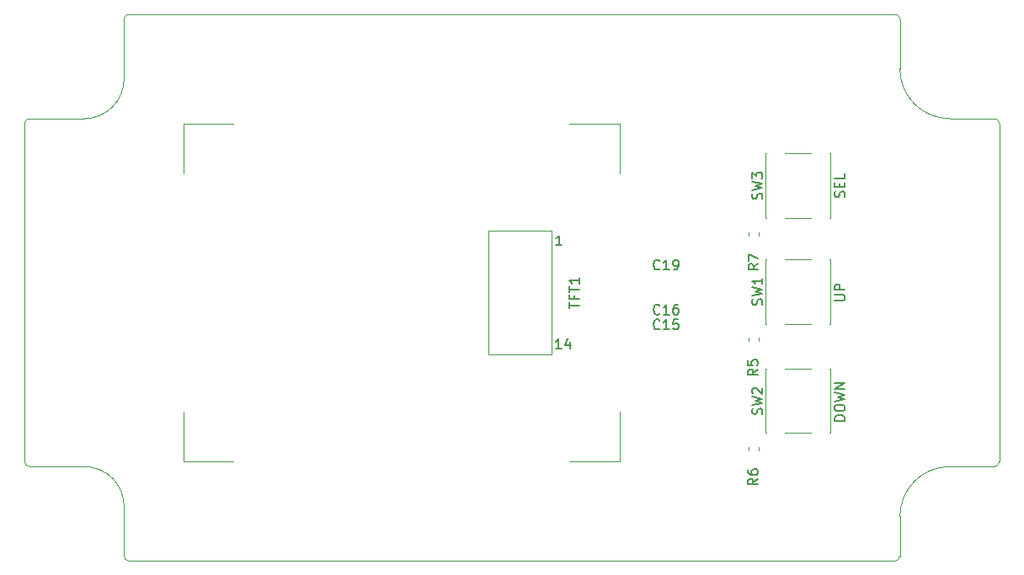
<source format=gbr>
%TF.GenerationSoftware,KiCad,Pcbnew,(5.1.4)-1*%
%TF.CreationDate,2020-03-29T09:51:50+13:00*%
%TF.ProjectId,clock,636c6f63-6b2e-46b6-9963-61645f706362,rev?*%
%TF.SameCoordinates,Original*%
%TF.FileFunction,Legend,Top*%
%TF.FilePolarity,Positive*%
%FSLAX46Y46*%
G04 Gerber Fmt 4.6, Leading zero omitted, Abs format (unit mm)*
G04 Created by KiCad (PCBNEW (5.1.4)-1) date 2020-03-29 09:51:50*
%MOMM*%
%LPD*%
G04 APERTURE LIST*
%ADD10C,0.150000*%
%ADD11C,0.050000*%
%ADD12C,0.120000*%
G04 APERTURE END LIST*
D10*
X175666280Y-106530952D02*
X174666280Y-106530952D01*
X174666280Y-106292857D01*
X174713900Y-106150000D01*
X174809138Y-106054761D01*
X174904376Y-106007142D01*
X175094852Y-105959523D01*
X175237709Y-105959523D01*
X175428185Y-106007142D01*
X175523423Y-106054761D01*
X175618661Y-106150000D01*
X175666280Y-106292857D01*
X175666280Y-106530952D01*
X174666280Y-105340476D02*
X174666280Y-105150000D01*
X174713900Y-105054761D01*
X174809138Y-104959523D01*
X174999614Y-104911904D01*
X175332947Y-104911904D01*
X175523423Y-104959523D01*
X175618661Y-105054761D01*
X175666280Y-105150000D01*
X175666280Y-105340476D01*
X175618661Y-105435714D01*
X175523423Y-105530952D01*
X175332947Y-105578571D01*
X174999614Y-105578571D01*
X174809138Y-105530952D01*
X174713900Y-105435714D01*
X174666280Y-105340476D01*
X174666280Y-104578571D02*
X175666280Y-104340476D01*
X174951995Y-104150000D01*
X175666280Y-103959523D01*
X174666280Y-103721428D01*
X175666280Y-103340476D02*
X174666280Y-103340476D01*
X175666280Y-102769047D01*
X174666280Y-102769047D01*
X174666280Y-94435714D02*
X175475804Y-94435714D01*
X175571042Y-94388095D01*
X175618661Y-94340476D01*
X175666280Y-94245238D01*
X175666280Y-94054761D01*
X175618661Y-93959523D01*
X175571042Y-93911904D01*
X175475804Y-93864285D01*
X174666280Y-93864285D01*
X175666280Y-93388095D02*
X174666280Y-93388095D01*
X174666280Y-93007142D01*
X174713900Y-92911904D01*
X174761519Y-92864285D01*
X174856757Y-92816666D01*
X174999614Y-92816666D01*
X175094852Y-92864285D01*
X175142471Y-92911904D01*
X175190090Y-93007142D01*
X175190090Y-93388095D01*
X175618661Y-84042857D02*
X175666280Y-83900000D01*
X175666280Y-83661904D01*
X175618661Y-83566666D01*
X175571042Y-83519047D01*
X175475804Y-83471428D01*
X175380566Y-83471428D01*
X175285328Y-83519047D01*
X175237709Y-83566666D01*
X175190090Y-83661904D01*
X175142471Y-83852380D01*
X175094852Y-83947619D01*
X175047233Y-83995238D01*
X174951995Y-84042857D01*
X174856757Y-84042857D01*
X174761519Y-83995238D01*
X174713900Y-83947619D01*
X174666280Y-83852380D01*
X174666280Y-83614285D01*
X174713900Y-83471428D01*
X175142471Y-83042857D02*
X175142471Y-82709523D01*
X175666280Y-82566666D02*
X175666280Y-83042857D01*
X174666280Y-83042857D01*
X174666280Y-82566666D01*
X175666280Y-81661904D02*
X175666280Y-82138095D01*
X174666280Y-82138095D01*
D11*
X103213900Y-66150000D02*
G75*
G02X103713900Y-65650000I500000J0D01*
G01*
X93713900Y-76150000D02*
G75*
G03X93213900Y-76650000I0J-500000D01*
G01*
X93713900Y-111150000D02*
G75*
G02X93213900Y-110650000I0J500000D01*
G01*
X103713900Y-120650000D02*
G75*
G02X103213900Y-120150000I0J500000D01*
G01*
X181213900Y-120150000D02*
G75*
G02X180713900Y-120650000I-500000J0D01*
G01*
X191213900Y-110650000D02*
G75*
G02X190713900Y-111150000I-500000J0D01*
G01*
X191213900Y-76650000D02*
G75*
G03X190713900Y-76150000I-500000J0D01*
G01*
X180713900Y-65650000D02*
G75*
G02X181213900Y-66150000I0J-500000D01*
G01*
X93713900Y-111150000D02*
X99213900Y-111150000D01*
X103213900Y-120150000D02*
X103213900Y-115150000D01*
X181213900Y-71150000D02*
G75*
G03X186213900Y-76150000I5000000J0D01*
G01*
X181213900Y-116150000D02*
G75*
G02X186213900Y-111150000I5000000J0D01*
G01*
X103213900Y-115150000D02*
G75*
G03X99213900Y-111150000I-4000000J0D01*
G01*
X103213900Y-72150000D02*
G75*
G02X99213900Y-76150000I-4000000J0D01*
G01*
X181213900Y-66150000D02*
X181213900Y-71150000D01*
X103713900Y-65650000D02*
X180713900Y-65650000D01*
X103213900Y-72150000D02*
X103213900Y-66150000D01*
X181213900Y-120150000D02*
X181213900Y-116150000D01*
X103713900Y-120650000D02*
X180713900Y-120650000D01*
X190713900Y-111150000D02*
X186213900Y-111150000D01*
X191213900Y-76650000D02*
X191213900Y-110650000D01*
X186213900Y-76150000D02*
X190713900Y-76150000D01*
X93213900Y-76650000D02*
X93213900Y-110650000D01*
X99213900Y-76150000D02*
X93713900Y-76150000D01*
D12*
X166003900Y-98512779D02*
X166003900Y-98187221D01*
X167023900Y-98512779D02*
X167023900Y-98187221D01*
X167023900Y-109512779D02*
X167023900Y-109187221D01*
X166003900Y-109512779D02*
X166003900Y-109187221D01*
X166003900Y-87912779D02*
X166003900Y-87587221D01*
X167023900Y-87912779D02*
X167023900Y-87587221D01*
X167733900Y-90319696D02*
X167763900Y-90319696D01*
X174193900Y-90319696D02*
X174163900Y-90319696D01*
X174193900Y-96779696D02*
X174163900Y-96779696D01*
X167763900Y-96779696D02*
X167733900Y-96779696D01*
X169663900Y-90319696D02*
X172263900Y-90319696D01*
X167733900Y-96779696D02*
X167733900Y-90319696D01*
X169663900Y-96779696D02*
X172263900Y-96779696D01*
X174193900Y-96779696D02*
X174193900Y-90319696D01*
X174193900Y-107779696D02*
X174193900Y-101319696D01*
X169663900Y-107779696D02*
X172263900Y-107779696D01*
X167733900Y-107779696D02*
X167733900Y-101319696D01*
X169663900Y-101319696D02*
X172263900Y-101319696D01*
X167763900Y-107779696D02*
X167733900Y-107779696D01*
X174193900Y-107779696D02*
X174163900Y-107779696D01*
X174193900Y-101319696D02*
X174163900Y-101319696D01*
X167733900Y-101319696D02*
X167763900Y-101319696D01*
X167733900Y-79670000D02*
X167763900Y-79670000D01*
X174193900Y-79670000D02*
X174163900Y-79670000D01*
X174193900Y-86130000D02*
X174163900Y-86130000D01*
X167763900Y-86130000D02*
X167733900Y-86130000D01*
X169663900Y-79670000D02*
X172263900Y-79670000D01*
X167733900Y-86130000D02*
X167733900Y-79670000D01*
X169663900Y-86130000D02*
X172263900Y-86130000D01*
X174193900Y-86130000D02*
X174193900Y-79670000D01*
X139813900Y-87450000D02*
X139813900Y-99850000D01*
X146213900Y-87450000D02*
X146213900Y-99850000D01*
X139813900Y-87450000D02*
X146213900Y-87450000D01*
X139813900Y-99850000D02*
X146213900Y-99850000D01*
X109213900Y-76650000D02*
X114213900Y-76650000D01*
X109213900Y-76650000D02*
X109213900Y-81650000D01*
X109213900Y-110650000D02*
X109213900Y-105650000D01*
X109213900Y-110650000D02*
X114213900Y-110650000D01*
X153013900Y-110650000D02*
X153013900Y-105650000D01*
X153013900Y-110650000D02*
X148013900Y-110650000D01*
X153013900Y-76650000D02*
X153013900Y-81650000D01*
X153013900Y-76650000D02*
X148013900Y-76650000D01*
D10*
X157071042Y-97257142D02*
X157023423Y-97304761D01*
X156880566Y-97352380D01*
X156785328Y-97352380D01*
X156642471Y-97304761D01*
X156547233Y-97209523D01*
X156499614Y-97114285D01*
X156451995Y-96923809D01*
X156451995Y-96780952D01*
X156499614Y-96590476D01*
X156547233Y-96495238D01*
X156642471Y-96400000D01*
X156785328Y-96352380D01*
X156880566Y-96352380D01*
X157023423Y-96400000D01*
X157071042Y-96447619D01*
X158023423Y-97352380D02*
X157451995Y-97352380D01*
X157737709Y-97352380D02*
X157737709Y-96352380D01*
X157642471Y-96495238D01*
X157547233Y-96590476D01*
X157451995Y-96638095D01*
X158928185Y-96352380D02*
X158451995Y-96352380D01*
X158404376Y-96828571D01*
X158451995Y-96780952D01*
X158547233Y-96733333D01*
X158785328Y-96733333D01*
X158880566Y-96780952D01*
X158928185Y-96828571D01*
X158975804Y-96923809D01*
X158975804Y-97161904D01*
X158928185Y-97257142D01*
X158880566Y-97304761D01*
X158785328Y-97352380D01*
X158547233Y-97352380D01*
X158451995Y-97304761D01*
X158404376Y-97257142D01*
X157071042Y-95757142D02*
X157023423Y-95804761D01*
X156880566Y-95852380D01*
X156785328Y-95852380D01*
X156642471Y-95804761D01*
X156547233Y-95709523D01*
X156499614Y-95614285D01*
X156451995Y-95423809D01*
X156451995Y-95280952D01*
X156499614Y-95090476D01*
X156547233Y-94995238D01*
X156642471Y-94900000D01*
X156785328Y-94852380D01*
X156880566Y-94852380D01*
X157023423Y-94900000D01*
X157071042Y-94947619D01*
X158023423Y-95852380D02*
X157451995Y-95852380D01*
X157737709Y-95852380D02*
X157737709Y-94852380D01*
X157642471Y-94995238D01*
X157547233Y-95090476D01*
X157451995Y-95138095D01*
X158880566Y-94852380D02*
X158690090Y-94852380D01*
X158594852Y-94900000D01*
X158547233Y-94947619D01*
X158451995Y-95090476D01*
X158404376Y-95280952D01*
X158404376Y-95661904D01*
X158451995Y-95757142D01*
X158499614Y-95804761D01*
X158594852Y-95852380D01*
X158785328Y-95852380D01*
X158880566Y-95804761D01*
X158928185Y-95757142D01*
X158975804Y-95661904D01*
X158975804Y-95423809D01*
X158928185Y-95328571D01*
X158880566Y-95280952D01*
X158785328Y-95233333D01*
X158594852Y-95233333D01*
X158499614Y-95280952D01*
X158451995Y-95328571D01*
X158404376Y-95423809D01*
X157071042Y-91257142D02*
X157023423Y-91304761D01*
X156880566Y-91352380D01*
X156785328Y-91352380D01*
X156642471Y-91304761D01*
X156547233Y-91209523D01*
X156499614Y-91114285D01*
X156451995Y-90923809D01*
X156451995Y-90780952D01*
X156499614Y-90590476D01*
X156547233Y-90495238D01*
X156642471Y-90400000D01*
X156785328Y-90352380D01*
X156880566Y-90352380D01*
X157023423Y-90400000D01*
X157071042Y-90447619D01*
X158023423Y-91352380D02*
X157451995Y-91352380D01*
X157737709Y-91352380D02*
X157737709Y-90352380D01*
X157642471Y-90495238D01*
X157547233Y-90590476D01*
X157451995Y-90638095D01*
X158499614Y-91352380D02*
X158690090Y-91352380D01*
X158785328Y-91304761D01*
X158832947Y-91257142D01*
X158928185Y-91114285D01*
X158975804Y-90923809D01*
X158975804Y-90542857D01*
X158928185Y-90447619D01*
X158880566Y-90400000D01*
X158785328Y-90352380D01*
X158594852Y-90352380D01*
X158499614Y-90400000D01*
X158451995Y-90447619D01*
X158404376Y-90542857D01*
X158404376Y-90780952D01*
X158451995Y-90876190D01*
X158499614Y-90923809D01*
X158594852Y-90971428D01*
X158785328Y-90971428D01*
X158880566Y-90923809D01*
X158928185Y-90876190D01*
X158975804Y-90780952D01*
X166916280Y-101366666D02*
X166440090Y-101700000D01*
X166916280Y-101938095D02*
X165916280Y-101938095D01*
X165916280Y-101557142D01*
X165963900Y-101461904D01*
X166011519Y-101414285D01*
X166106757Y-101366666D01*
X166249614Y-101366666D01*
X166344852Y-101414285D01*
X166392471Y-101461904D01*
X166440090Y-101557142D01*
X166440090Y-101938095D01*
X165916280Y-100461904D02*
X165916280Y-100938095D01*
X166392471Y-100985714D01*
X166344852Y-100938095D01*
X166297233Y-100842857D01*
X166297233Y-100604761D01*
X166344852Y-100509523D01*
X166392471Y-100461904D01*
X166487709Y-100414285D01*
X166725804Y-100414285D01*
X166821042Y-100461904D01*
X166868661Y-100509523D01*
X166916280Y-100604761D01*
X166916280Y-100842857D01*
X166868661Y-100938095D01*
X166821042Y-100985714D01*
X166916280Y-112366666D02*
X166440090Y-112700000D01*
X166916280Y-112938095D02*
X165916280Y-112938095D01*
X165916280Y-112557142D01*
X165963900Y-112461904D01*
X166011519Y-112414285D01*
X166106757Y-112366666D01*
X166249614Y-112366666D01*
X166344852Y-112414285D01*
X166392471Y-112461904D01*
X166440090Y-112557142D01*
X166440090Y-112938095D01*
X165916280Y-111509523D02*
X165916280Y-111700000D01*
X165963900Y-111795238D01*
X166011519Y-111842857D01*
X166154376Y-111938095D01*
X166344852Y-111985714D01*
X166725804Y-111985714D01*
X166821042Y-111938095D01*
X166868661Y-111890476D01*
X166916280Y-111795238D01*
X166916280Y-111604761D01*
X166868661Y-111509523D01*
X166821042Y-111461904D01*
X166725804Y-111414285D01*
X166487709Y-111414285D01*
X166392471Y-111461904D01*
X166344852Y-111509523D01*
X166297233Y-111604761D01*
X166297233Y-111795238D01*
X166344852Y-111890476D01*
X166392471Y-111938095D01*
X166487709Y-111985714D01*
X166966280Y-90766666D02*
X166490090Y-91100000D01*
X166966280Y-91338095D02*
X165966280Y-91338095D01*
X165966280Y-90957142D01*
X166013900Y-90861904D01*
X166061519Y-90814285D01*
X166156757Y-90766666D01*
X166299614Y-90766666D01*
X166394852Y-90814285D01*
X166442471Y-90861904D01*
X166490090Y-90957142D01*
X166490090Y-91338095D01*
X165966280Y-90433333D02*
X165966280Y-89766666D01*
X166966280Y-90195238D01*
X167318661Y-94883029D02*
X167366280Y-94740172D01*
X167366280Y-94502076D01*
X167318661Y-94406838D01*
X167271042Y-94359219D01*
X167175804Y-94311600D01*
X167080566Y-94311600D01*
X166985328Y-94359219D01*
X166937709Y-94406838D01*
X166890090Y-94502076D01*
X166842471Y-94692553D01*
X166794852Y-94787791D01*
X166747233Y-94835410D01*
X166651995Y-94883029D01*
X166556757Y-94883029D01*
X166461519Y-94835410D01*
X166413900Y-94787791D01*
X166366280Y-94692553D01*
X166366280Y-94454457D01*
X166413900Y-94311600D01*
X166366280Y-93978267D02*
X167366280Y-93740172D01*
X166651995Y-93549696D01*
X167366280Y-93359219D01*
X166366280Y-93121124D01*
X167366280Y-92216362D02*
X167366280Y-92787791D01*
X167366280Y-92502076D02*
X166366280Y-92502076D01*
X166509138Y-92597315D01*
X166604376Y-92692553D01*
X166651995Y-92787791D01*
X167318661Y-105883029D02*
X167366280Y-105740172D01*
X167366280Y-105502076D01*
X167318661Y-105406838D01*
X167271042Y-105359219D01*
X167175804Y-105311600D01*
X167080566Y-105311600D01*
X166985328Y-105359219D01*
X166937709Y-105406838D01*
X166890090Y-105502076D01*
X166842471Y-105692553D01*
X166794852Y-105787791D01*
X166747233Y-105835410D01*
X166651995Y-105883029D01*
X166556757Y-105883029D01*
X166461519Y-105835410D01*
X166413900Y-105787791D01*
X166366280Y-105692553D01*
X166366280Y-105454457D01*
X166413900Y-105311600D01*
X166366280Y-104978267D02*
X167366280Y-104740172D01*
X166651995Y-104549696D01*
X167366280Y-104359219D01*
X166366280Y-104121124D01*
X166461519Y-103787791D02*
X166413900Y-103740172D01*
X166366280Y-103644934D01*
X166366280Y-103406838D01*
X166413900Y-103311600D01*
X166461519Y-103263981D01*
X166556757Y-103216362D01*
X166651995Y-103216362D01*
X166794852Y-103263981D01*
X167366280Y-103835410D01*
X167366280Y-103216362D01*
X167318661Y-84233333D02*
X167366280Y-84090476D01*
X167366280Y-83852380D01*
X167318661Y-83757142D01*
X167271042Y-83709523D01*
X167175804Y-83661904D01*
X167080566Y-83661904D01*
X166985328Y-83709523D01*
X166937709Y-83757142D01*
X166890090Y-83852380D01*
X166842471Y-84042857D01*
X166794852Y-84138095D01*
X166747233Y-84185714D01*
X166651995Y-84233333D01*
X166556757Y-84233333D01*
X166461519Y-84185714D01*
X166413900Y-84138095D01*
X166366280Y-84042857D01*
X166366280Y-83804761D01*
X166413900Y-83661904D01*
X166366280Y-83328571D02*
X167366280Y-83090476D01*
X166651995Y-82900000D01*
X167366280Y-82709523D01*
X166366280Y-82471428D01*
X166366280Y-82185714D02*
X166366280Y-81566666D01*
X166747233Y-81900000D01*
X166747233Y-81757142D01*
X166794852Y-81661904D01*
X166842471Y-81614285D01*
X166937709Y-81566666D01*
X167175804Y-81566666D01*
X167271042Y-81614285D01*
X167318661Y-81661904D01*
X167366280Y-81757142D01*
X167366280Y-82042857D01*
X167318661Y-82138095D01*
X167271042Y-82185714D01*
X147966280Y-95221428D02*
X147966280Y-94650000D01*
X148966280Y-94935714D02*
X147966280Y-94935714D01*
X148442471Y-93983333D02*
X148442471Y-94316666D01*
X148966280Y-94316666D02*
X147966280Y-94316666D01*
X147966280Y-93840476D01*
X147966280Y-93602380D02*
X147966280Y-93030952D01*
X148966280Y-93316666D02*
X147966280Y-93316666D01*
X148966280Y-92173809D02*
X148966280Y-92745238D01*
X148966280Y-92459523D02*
X147966280Y-92459523D01*
X148109138Y-92554761D01*
X148204376Y-92650000D01*
X148251995Y-92745238D01*
X147225923Y-88902380D02*
X146654495Y-88902380D01*
X146940209Y-88902380D02*
X146940209Y-87902380D01*
X146844971Y-88045238D01*
X146749733Y-88140476D01*
X146654495Y-88188095D01*
X147173542Y-99302380D02*
X146602114Y-99302380D01*
X146887828Y-99302380D02*
X146887828Y-98302380D01*
X146792590Y-98445238D01*
X146697352Y-98540476D01*
X146602114Y-98588095D01*
X148030685Y-98635714D02*
X148030685Y-99302380D01*
X147792590Y-98254761D02*
X147554495Y-98969047D01*
X148173542Y-98969047D01*
M02*

</source>
